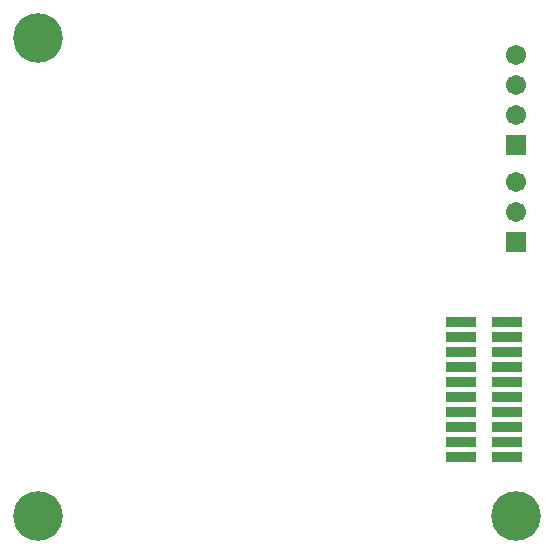
<source format=gbs>
G04 Layer_Color=16711935*
%FSTAX24Y24*%
%MOIN*%
G70*
G01*
G75*
%ADD44R,0.0671X0.0671*%
%ADD47C,0.0671*%
%ADD48C,0.1655*%
%ADD49R,0.1025X0.0371*%
D44*
X043386Y036583D02*
D03*
Y039827D02*
D03*
D47*
Y038583D02*
D03*
Y037583D02*
D03*
Y040827D02*
D03*
Y041827D02*
D03*
Y042827D02*
D03*
D48*
X043406Y027461D02*
D03*
X027461D02*
D03*
Y043406D02*
D03*
D49*
X041555Y029443D02*
D03*
Y029943D02*
D03*
X041555Y030443D02*
D03*
X041555Y030943D02*
D03*
Y031443D02*
D03*
Y031943D02*
D03*
Y032443D02*
D03*
X041555Y032943D02*
D03*
X041555Y033443D02*
D03*
Y033943D02*
D03*
X043091Y029443D02*
D03*
Y029943D02*
D03*
Y030443D02*
D03*
Y030943D02*
D03*
Y031443D02*
D03*
Y031943D02*
D03*
Y032443D02*
D03*
Y032943D02*
D03*
Y033443D02*
D03*
Y033943D02*
D03*
M02*

</source>
